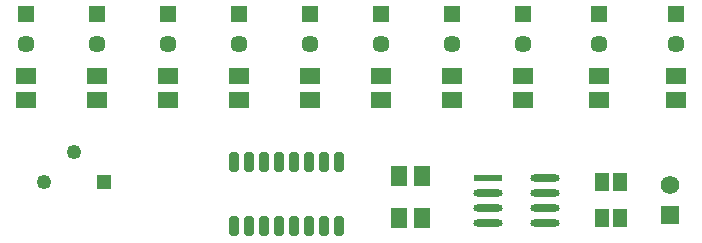
<source format=gts>
G04*
G04 #@! TF.GenerationSoftware,Altium Limited,Altium Designer,24.1.2 (44)*
G04*
G04 Layer_Color=8388736*
%FSLAX44Y44*%
%MOMM*%
G71*
G04*
G04 #@! TF.SameCoordinates,B03C8ABC-75B2-450B-B10A-4746C9E6A5EE*
G04*
G04*
G04 #@! TF.FilePolarity,Negative*
G04*
G01*
G75*
G04:AMPARAMS|DCode=18|XSize=2.4692mm|YSize=0.6221mm|CornerRadius=0.3111mm|HoleSize=0mm|Usage=FLASHONLY|Rotation=0.000|XOffset=0mm|YOffset=0mm|HoleType=Round|Shape=RoundedRectangle|*
%AMROUNDEDRECTD18*
21,1,2.4692,0.0000,0,0,0.0*
21,1,1.8470,0.6221,0,0,0.0*
1,1,0.6221,0.9235,0.0000*
1,1,0.6221,-0.9235,0.0000*
1,1,0.6221,-0.9235,0.0000*
1,1,0.6221,0.9235,0.0000*
%
%ADD18ROUNDEDRECTD18*%
%ADD19R,2.4692X0.6221*%
%ADD20R,1.4032X1.6532*%
%ADD21R,1.2032X1.5032*%
%ADD22R,1.6532X1.4032*%
G04:AMPARAMS|DCode=23|XSize=0.8032mm|YSize=1.6532mm|CornerRadius=0.1526mm|HoleSize=0mm|Usage=FLASHONLY|Rotation=0.000|XOffset=0mm|YOffset=0mm|HoleType=Round|Shape=RoundedRectangle|*
%AMROUNDEDRECTD23*
21,1,0.8032,1.3480,0,0,0.0*
21,1,0.4980,1.6532,0,0,0.0*
1,1,0.3052,0.2490,-0.6740*
1,1,0.3052,-0.2490,-0.6740*
1,1,0.3052,-0.2490,0.6740*
1,1,0.3052,0.2490,0.6740*
%
%ADD23ROUNDEDRECTD23*%
%ADD24C,1.2500*%
%ADD25R,1.2500X1.2500*%
%ADD26C,1.4500*%
%ADD27R,1.4500X1.4500*%
%ADD28C,1.5700*%
%ADD29R,1.5700X1.5700*%
D18*
X464136Y64050D02*
D03*
Y51350D02*
D03*
Y38650D02*
D03*
Y25950D02*
D03*
X415864D02*
D03*
Y38650D02*
D03*
Y51350D02*
D03*
D19*
Y64050D02*
D03*
D20*
X340000Y30000D02*
D03*
X360000D02*
D03*
Y65000D02*
D03*
X340000D02*
D03*
D21*
X527500Y30000D02*
D03*
X512500D02*
D03*
X527500Y60000D02*
D03*
X512500D02*
D03*
D22*
X575000Y150000D02*
D03*
Y130000D02*
D03*
X510000Y150000D02*
D03*
Y130000D02*
D03*
X445000Y150000D02*
D03*
Y130000D02*
D03*
X385000Y150000D02*
D03*
Y130000D02*
D03*
X325000Y150000D02*
D03*
Y130000D02*
D03*
X265000Y150000D02*
D03*
Y130000D02*
D03*
X205000Y150000D02*
D03*
Y130000D02*
D03*
X145000Y150000D02*
D03*
Y130000D02*
D03*
X85000Y150000D02*
D03*
Y130000D02*
D03*
X25000Y150000D02*
D03*
Y130000D02*
D03*
D23*
X289450Y77250D02*
D03*
X276750D02*
D03*
X264050D02*
D03*
X251350D02*
D03*
X238650D02*
D03*
X225950D02*
D03*
X213250D02*
D03*
X200550D02*
D03*
X289450Y22750D02*
D03*
X276750D02*
D03*
X264050D02*
D03*
X251350D02*
D03*
X238650D02*
D03*
X225950D02*
D03*
X213250D02*
D03*
X200550D02*
D03*
D24*
X65000Y85550D02*
D03*
X39600Y60150D02*
D03*
D25*
X90400D02*
D03*
D26*
X575000Y177300D02*
D03*
X510000D02*
D03*
X445000D02*
D03*
X385000D02*
D03*
X325000D02*
D03*
X265000D02*
D03*
X205000D02*
D03*
X145000D02*
D03*
X85000D02*
D03*
X25000D02*
D03*
D27*
X575000Y202700D02*
D03*
X510000D02*
D03*
X445000D02*
D03*
X385000D02*
D03*
X325000D02*
D03*
X265000D02*
D03*
X205000D02*
D03*
X145000D02*
D03*
X85000D02*
D03*
X25000D02*
D03*
D28*
X570000Y57700D02*
D03*
D29*
Y32300D02*
D03*
M02*

</source>
